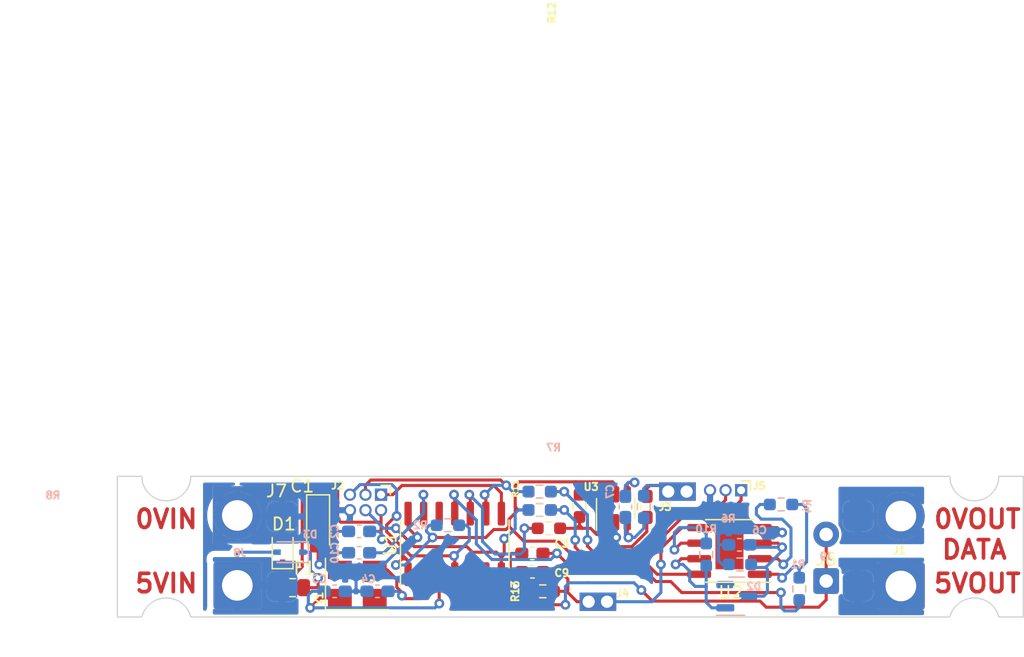
<source format=kicad_pcb>
(kicad_pcb (version 20211014) (generator pcbnew)
  (layers (0 "F.Cu" signal) (1 "In1.Cu" signal) (2 "In2.Cu" signal) (31 "B.Cu" signal) (34 "B.Paste" user) (35 "F.Paste" user) (36 "B.SilkS" user "B.Silkscreen") (37 "F.SilkS" user "F.Silkscreen") (38 "B.Mask" user) (39 "F.Mask" user) (44 "Edge.Cuts" user))
  (net 0 "")
  (net 1 "+5V")
  (net 2 "0")
  (net 3 "Net-(D2-Pad1)")
  (net 5 "Net-(C6-Pad2)")
  (net 6 "Net-(C4-Pad1)")
  (net 7 "/RESET")
  (net 8 "/DIN")
  (net 9 "/MOSI")
  (net 10 "/MISO")
  (net 11 "/ИЗМ")
  (net 12 "/SDA")
  (net 13 "Net-(C7-Pad1)")
  (net 14 "Net-(C7-Pad2)")
  (net 16 "Net-(R1-Pad2)")
  (net 17 "Net-(R4-Pad2)")
  (net 18 "/SCL")
  (net 19 "/SCK")
  (net 20 "Net-(R10-Pad2)")
  (net 21 "Net-(C5-Pad1)")
  (net 22 "Net-(D3-Pad1)")
  (net 25 "/ИМП")
  (net 26 "/SENS-1")
  (net 27 "/SENS-2")
  (net 28 "/5V-IN")
  (net 29 "/5V-OUT")
  (net 30 "/0V-OUT")
  (net 31 "/REF")
  (net 32 "Net-(R3-Pad1)")
  (net 33 "/BUTT")
  (footprint "Resistor_SMD:R_0603_1608Metric_Pad0.98x0.95mm_HandSolder" (layer "F.Cu") (at 111.5 55.75)
    (fp_text reference "R11")
    (fp_text value "20к")
  )
  (footprint "Resistor_SMD:R_0603_1608Metric_Pad0.98x0.95mm_HandSolder" (layer "F.Cu") (at 114.75 55.4125 90)
    (fp_text reference "R5" hide)
    (fp_text value "R")
  )
  (footprint "Connector_Wire:SolderWire-2sqmm_1x02_P7.8mm_D2mm_OD3.9mm" (layer "F.Cu") (at 141 61.965 90)
    (fp_text reference "J1")
    (fp_text value "Conn_01x02_Male")
  )
  (footprint "Connector_PinHeader_1.27mm:PinHeader_1x03_P1.27mm_Horizontal" (layer "F.Cu") (at 127.9525 54.135 -90)
    (fp_text reference "J5")
    (fp_text value "Conn_01x03_Female")
  )
  (footprint "Connector_Wire:SolderWire-2sqmm_1x02_P7.8mm_D2mm_OD3.9mm" (layer "F.Cu") (at 86.8 61.915 90)
    (fp_text reference "J7")
    (fp_text value "Conn_01x02_Male")
  )
  (footprint "Package_SO:SOIC-8-1EP_3.9x4.9mm_P1.27mm_EP2.29x3mm" (layer "F.Cu") (at 127 59.1 180)
    (fp_text reference "U2")
    (fp_text value "LM358")
  )
  (footprint "Crystal:Crystal_SMD_EuroQuartz_MT-4Pin_3.2x2.5mm_HandSoldering" (layer "F.Cu") (at 96.6 61.8)
    (fp_text reference "Y1")
    (fp_text value "Crystal_GND24")
  )
  (footprint "Resistor_SMD:R_0603_1608Metric_Pad0.98x0.95mm_HandSolder" (layer "F.Cu") (at 111.75 62.4)
    (fp_text reference "R13")
    (fp_text value "500к")
  )
  (footprint "Resistor_SMD:R_0603_1608Metric_Pad0.98x0.95mm_HandSolder" (layer "F.Cu") (at 112.25 57.25 180)
    (fp_text reference "R3" hide)
    (fp_text value "R")
  )
  (footprint "Resistor_SMD:R_0805_2012Metric" (layer "F.Cu") (at 91.3125 62.1 180)
    (fp_text reference "F1")
    (fp_text value "Polyfuse")
  )
  (footprint "Diode_SMD:D_SOD-323" (layer "F.Cu") (at 90.5 59.05 90)
    (fp_text reference "D1")
    (fp_text value "BZX384-C5V6")
  )
  (footprint "Connector_PinHeader_1.27mm:PinHeader_1x02_P1.27mm_Horizontal" (layer "F.Cu") (at 115.5 63.25 90)
    (fp_text reference "J4")
    (fp_text value "Conn_01x02_Male")
  )
  (footprint "Package_TO_SOT_SMD:SOT-23-6" (layer "F.Cu") (at 117.7 55.6125 90)
    (fp_text reference "U3")
    (fp_text value "AT42QT1010-TSHR")
  )
  (footprint "Capacitor_Tantalum_SMD:CP_EIA-3216-18_Kemet-A_Pad1.58x1.35mm_HandSolder" (layer "F.Cu") (at 93.4 57 -90)
    (fp_text reference "C1")
    (fp_text value "~20u")
  )
  (footprint "Capacitor_SMD:C_0603_1608Metric_Pad1.08x0.95mm_HandSolder" (layer "F.Cu") (at 120.25 55.5 -90)
    (fp_text reference "C8" hide)
    (fp_text value "10p")
  )
  (footprint "Connector_Wire:SolderWire-0.5sqmm_1x02_P4.6mm_D0.9mm_OD2.1mm" (layer "F.Cu") (at 134.9 61.56 90)
    (fp_text reference "J6")
    (fp_text value "Conn_01x02_Female")
  )
  (footprint "Resistor_SMD:R_0603_1608Metric_Pad0.98x0.95mm_HandSolder" (layer "F.Cu") (at 111.5 54.25)
    (fp_text reference "R12")
    (fp_text value "20к")
  )
  (footprint "Capacitor_SMD:C_0603_1608Metric_Pad1.08x0.95mm_HandSolder" (layer "F.Cu") (at 110.9 59.3)
    (fp_text reference "C3")
    (fp_text value "1u")
  )
  (footprint "Connector_PinHeader_1.27mm:PinHeader_2x03_P1.27mm_Horizontal" (layer "F.Cu") (at 98.54 54.5 -90)
    (fp_text reference "J2")
    (fp_text value "Conn_01x06_Male")
  )
  (footprint "Capacitor_SMD:C_0603_1608Metric_Pad1.08x0.95mm_HandSolder" (layer "F.Cu") (at 110.9 60.8)
    (fp_text reference "C9")
    (fp_text value "10p")
  )
  (footprint "Package_SO:SOIC-14_3.9x8.7mm_P1.27mm" (layer "F.Cu") (at 104.56 58.525 90)
    (fp_text reference "U1")
    (fp_text value "ATtiny24A-SS")
  )
  (footprint "Connector_PinHeader_1.27mm:PinHeader_1x02_P1.27mm_Horizontal" (layer "F.Cu") (at 123.5 54.25 -90)
    (fp_text reference "J3")
    (fp_text value "Conn_01x02_Male")
  )
  (footprint "Library:Контактная площадка х2" (layer "B.Cu") (at 87.93 62 90)
    (fp_text reference "J8")
    (fp_text value "Conn_01x02")
  )
  (footprint "Package_TO_SOT_SMD:SOT-23" (layer "B.Cu") (at 127.6 62.8)
    (fp_text reference "D2")
    (fp_text value "BAR42FILM")
  )
  (footprint "Capacitor_SMD:C_0603_1608Metric_Pad1.08x0.95mm_HandSolder" (layer "B.Cu") (at 127.8075 58.6)
    (fp_text reference "C6")
    (fp_text value "1u")
  )
  (footprint "Resistor_SMD:R_0603_1608Metric_Pad0.98x0.95mm_HandSolder" (layer "B.Cu") (at 127.8575 60.2 180)
    (fp_text reference "R6")
    (fp_text value "300к")
  )
  (footprint "Resistor_SMD:R_0603_1608Metric_Pad0.98x0.95mm_HandSolder" (layer "B.Cu") (at 104 57)
    (fp_text reference "R2")
    (fp_text value "20k")
  )
  (footprint "Capacitor_SMD:C_0603_1608Metric_Pad1.08x0.95mm_HandSolder" (layer "B.Cu") (at 96.75 57.5 180)
    (fp_text reference "C2")
    (fp_text value "C")
  )
  (footprint "Capacitor_SMD:C_0603_1608Metric_Pad1.08x0.95mm_HandSolder" (layer "B.Cu") (at 96.75 59.25)
    (fp_text reference "C10")
    (fp_text value "C")
  )
  (footprint "Library:Контактная площадка х2" (layer "B.Cu") (at 134.96 61.95 90)
    (fp_text reference "J9")
    (fp_text value "Conn_01x02")
  )
  (footprint "Resistor_SMD:R_0603_1608Metric_Pad0.98x0.95mm_HandSolder" (layer "B.Cu") (at 125.1 59.4 90)
    (fp_text reference "R10")
    (fp_text value "1к")
  )
  (footprint "Resistor_SMD:R_0603_1608Metric_Pad0.98x0.95mm_HandSolder" (layer "B.Cu") (at 120 55.5 90)
    (fp_text reference "R9" hide)
    (fp_text value "R")
  )
  (footprint "Resistor_SMD:R_0603_1608Metric_Pad0.98x0.95mm_HandSolder" (layer "B.Cu") (at 111.5 54.25 180)
    (fp_text reference "R8")
    (fp_text value "200")
  )
  (footprint "Capacitor_SMD:C_0603_1608Metric_Pad1.08x0.95mm_HandSolder" (layer "B.Cu") (at 94.75 62.4)
    (fp_text reference "C5")
    (fp_text value "12p")
  )
  (footprint "Resistor_SMD:R_0603_1608Metric_Pad0.98x0.95mm_HandSolder" (layer "B.Cu") (at 131.2125 55.3 180)
    (fp_text reference "R4")
    (fp_text value "1к")
  )
  (footprint "Resistor_SMD:R_0603_1608Metric_Pad0.98x0.95mm_HandSolder" (layer "B.Cu") (at 111.5 55.75 180)
    (fp_text reference "R7")
    (fp_text value "200" hide)
  )
  (footprint "Resistor_SMD:R_0603_1608Metric_Pad0.98x0.95mm_HandSolder" (layer "B.Cu") (at 132.7 62.2 90)
    (fp_text reference "R1")
    (fp_text value "10к")
  )
  (footprint "Capacitor_SMD:C_0603_1608Metric_Pad1.08x0.95mm_HandSolder" (layer "B.Cu") (at 98.25 62.4 180)
    (fp_text reference "C4")
    (fp_text value "12p")
  )
  (footprint "Diode_SMD:D_SOD-323" (layer "B.Cu") (at 91.1 59.2 180)
    (fp_text reference "D3")
    (fp_text value "BAT60A")
  )
  (footprint "Capacitor_SMD:C_0603_1608Metric_Pad1.08x0.95mm_HandSolder" (layer "B.Cu") (at 118.5 55.5 90)
    (fp_text reference "C7")
    (fp_text value "C")
  )
  (gr_arc (start 79 64.5) (mid 81 62.94444) (end 83 64.5) (layer "Edge.Cuts") (width 0.1))
  (gr_arc (start 83 53) (mid 81 55) (end 79 53) (layer "Edge.Cuts") (width 0.1))
  (gr_line (start 151 53) (end 151 64.5) (layer "Edge.Cuts") (width 0.1))
  (gr_line (start 149 64.5) (end 151 64.5) (layer "Edge.Cuts") (width 0.1))
  (gr_line (start 79 53) (end 77 53) (layer "Edge.Cuts") (width 0.1))
  (gr_line (start 149 53) (end 151 53) (layer "Edge.Cuts") (width 0.1))
  (gr_line (start 79 64.5) (end 77 64.5) (layer "Edge.Cuts") (width 0.1))
  (gr_line (start 83 53) (end 145 53) (layer "Edge.Cuts") (width 0.1))
  (gr_arc (start 149 53) (mid 147 55) (end 145 53) (layer "Edge.Cuts") (width 0.1))
  (gr_arc (start 145 64.5) (mid 147 62.944443) (end 149 64.5) (layer "Edge.Cuts") (width 0.1))
  (gr_line (start 83 64.5) (end 145 64.5) (layer "Edge.Cuts") (width 0.1))
  (gr_line (start 77 53) (end 77 64.5) (layer "Edge.Cuts") (width 0.1))
  (gr_text "5VOUT" (at 147.25 61.75) (layer "F.Cu") (effects (font (size 1.5 1.5) (thickness 0.3))))
  (gr_text "0VOUT" (at 147.25 56.5) (layer "F.Cu") (effects (font (size 1.5 1.5) (thickness 0.3))))
  (gr_text "0VIN" (at 81 56.5) (layer "F.Cu") (effects (font (size 1.5 1.5) (thickness 0.3))))
  (gr_text "5VIN" (at 81 61.75) (layer "F.Cu") (effects (font (size 1.5 1.5) (thickness 0.3))))
  (gr_text "DATA" (at 147 59) (layer "F.Cu") (effects (font (size 1.5 1.5) (thickness 0.3))))
  (segment (start 109 57.1) (end 110.2 58.3) (width 0.25) (layer "F.Cu") (net 1))
  (segment (start 89.8 60.9) (end 90.35 60.9) (width 0.25) (layer "F.Cu") (net 1))
  (segment (start 91.6 60.9) (end 92.1 60.4) (width 0.25) (layer "F.Cu") (net 1))
  (segment (start 114.45048 53.45048) (end 109.79952 53.45048) (width 0.25) (layer "F.Cu") (net 1))
  (segment (start 109.5 54) (end 109.75 54.25) (width 0.25) (layer "F.Cu") (net 1))
  (segment (start 93.4 55.9625) (end 93.4 54.6) (width 0.25) (layer "F.Cu") (net 1))
  (segment (start 113 58.3) (end 114.89952 60.19952) (width 0.25) (layer "F.Cu") (net 1))
  (segment (start 90.9 60.9) (end 91.6 60.9) (width 0.25) (layer "F.Cu") (net 1))
  (segment (start 92.3 53.9) (end 93.1 53.9) (width 0.25) (layer "F.Cu") (net 1))
  (segment (start 100.25 59.75) (end 100.25 59.410332) (width 0.25) (layer "F.Cu") (net 1))
  (segment (start 98.5 56.75) (end 98.54 56.79) (width 0.25) (layer "F.Cu") (net 1))
  (segment (start 93.7 53.9) (end 94.7 53.9) (width 0.25) (layer "F.Cu") (net 1))
  (segment (start 90.6 60.9) (end 90.9 60.9) (width 0.25) (layer "F.Cu") (net 1))
  (segment (start 93.4 55.5625) (end 93.4 54.2) (width 0.25) (layer "F.Cu") (net 1))
  (segment (start 92.1 54.1) (end 92.3 53.9) (width 0.25) (layer "F.Cu") (net 1))
  (segment (start 114.45048 53.45048) (end 117.45048 53.45048) (width 0.25) (layer "F.Cu") (net 1))
  (segment (start 110.2 58.3) (end 113 58.3) (width 0.25) (layer "F.Cu") (net 1))
  (segment (start 100.294834 59.455166) (end 100.669834 59.830166) (width 0.25) (layer "F.Cu") (net 1))
  (segment (start 89.6 62.1) (end 89.375 61.875) (width 0.25) (layer "F.Cu") (net 1))
  (segment (start 95 54.5) (end 95 56.5) (width 0.25) (layer "F.Cu") (net 1))
  (segment (start 90.4 62.1) (end 89.6 62.1) (width 0.25) (layer "F.Cu") (net 1))
  (segment (start 109.75 55.75) (end 109.5 56) (width 0.25) (layer "F.Cu") (net 1))
  (segment (start 114.75 54.5) (end 114.75 53.75) (width 0.25) (layer "F.Cu") (net 1))
  (segment (start 109.5 54) (end 109.5 54.5) (width 0.25) (layer "F.Cu") (net 1))
  (segment (start 109 57.1) (end 109 56.5) (width 0.25) (layer "F.Cu") (net 1))
  (segment (start 98.54 55.77) (end 98.54 56.79) (width 0.25) (layer "F.Cu") (net 1))
  (segment (start 114.89952 60.19952) (end 120.28952 60.19952) (width 0.25) (layer "F.Cu") (net 1))
  (segment (start 114.75 53.75) (end 115.01202 53.48798) (width 0.25) (layer "F.Cu") (net 1))
  (segment (start 110.5875 55.75) (end 109.75 55.75) (width 0.25) (layer "F.Cu") (net 1))
  (segment (start 107.09904 58) (end 107.74952 57.34952) (width 0.25) (layer "F.Cu") (net 1))
  (segment (start 109.5 54.5) (end 109.75 54.25) (width 0.25) (layer "F.Cu") (net 1))
  (segment (start 117.45048 53.45048) (end 117.7 53.7) (width 0.25) (layer "F.Cu") (net 1))
  (segment (start 109.75 54.25) (end 110.5875 54.25) (width 0.25) (layer "F.Cu") (net 1))
  (segment (start 100.25 59.75) (end 99.75 60.25) (width 0.25) (layer "F.Cu") (net 1))
  (segment (start 117.7 53.7) (end 117.7 54.475) (width 0.25) (layer "F.Cu") (net 1))
  (segment (start 90.4 60.9) (end 90.5 60.8) (width 0.25) (layer "F.Cu") (net 1))
  (segment (start 120.28952 60.19952) (end 121.095 61.005) (width 0.25) (layer "F.Cu") (net 1))
  (segment (start 100.589668 59.75) (end 100.669834 59.830166) (width 0.25) (layer "F.Cu") (net 1))
  (segment (start 109.5 54.75) (end 109.5 54.5) (width 0.25) (layer "F.Cu") (net 1))
  (segment (start 121.095 61.005) (end 124.525 61.005) (width 0.25) (layer "F.Cu") (net 1))
  (segment (start 90.5 60.8) (end 90.5 60.1) (width 0.25) (layer "F.Cu") (net 1))
  (segment (start 109.79952 53.45048) (end 109.5 53.75) (width 0.25) (layer "F.Cu") (net 1))
  (segment (start 108.75048 57.34952) (end 109 57.1) (width 0.25) (layer "F.Cu") (net 1))
  (segment (start 109.5 55.25) (end 109.5 55.5) (width 0.25) (layer "F.Cu") (net 1))
  (segment (start 93.4 54.2) (end 93.7 53.9) (width 0.25) (layer "F.Cu") (net 1))
  (segment (start 109.5 53.75) (end 109.5 54) (width 0.25) (layer "F.Cu") (net 1))
  (segment (start 100.25 59.410332) (end 100.044834 59.205166) (width 0.25) (layer "F.Cu") (net 1))
  (segment (start 90.5 60.8) (end 90.6 60.9) (width 0.25) (layer "F.Cu") (net 1))
  (segment (start 98.600394 58.149606) (end 98.989274 58.149606) (width 0.25) (layer "F.Cu") (net 1))
  (segment (start 90.35 60.9) (end 90.4 60.9) (width 0.25) (layer "F.Cu") (net 1))
  (segment (start 92.1 60.4) (end 92.1 54.1) (width 0.25) (layer "F.Cu") (net 1))
  (segment (start 89.375 61.325) (end 89.8 60.9) (width 0.25) (layer "F.Cu") (net 1))
  (segment (start 117.48798 53.48798) (end 117.7 53.7) (width 0.25) (layer "F.Cu") (net 1))
  (segment (start 95 56.5) (end 95.25 56.75) (width 0.25) (layer "F.Cu") (net 1))
  (segment (start 109.75 55.75) (end 109.5 55.5) (width 0.25) (layer "F.Cu") (net 1))
  (segment (start 107.74952 57.34952) (end 108.75048 57.34952) (width 0.25) (layer "F.Cu") (net 1))
  (segment (start 93.1 53.9) (end 93.4 54.2) (width 0.25) (layer "F.Cu") (net 1))
  (segment (start 114.75 53.75) (end 114.45048 53.45048) (width 0.25) (layer "F.Cu") (net 1))
  (segment (start 102.75 58) (end 107.09904 58) (width 0.25) (layer "F.Cu") (net 1))
  (segment (start 109 56.5) (end 109.5 56) (width 0.25) (layer "F.Cu") (net 1))
  (segment (start 100.044834 59.205166) (end 100.294834 59.455166) (width 0.25) (layer "F.Cu") (net 1))
  (segment (start 89.375 61.875) (end 89.375 61.325) (width 0.25) (layer "F.Cu") (net 1))
  (segment (start 95.25 56.75) (end 98.5 56.75) (width 0.25) (layer "F.Cu") (net 1))
  (segment (start 109.5 56) (end 109.5 55.5) (width 0.25) (layer "F.Cu") (net 1))
  (segment (start 98.54 57.46) (end 98.54 58.089212) (width 0.25) (layer "F.Cu") (net 1))
  (segment (start 95 54.2) (end 95 54.5) (width 0.25) (layer "F.Cu") (net 1))
  (segment (start 90.35 60.9) (end 90.9 60.9) (width 0.25) (layer "F.Cu") (net 1))
  (segment (start 98.54 57.46) (end 98.54 57.79) (width 0.25) (layer "F.Cu") (net 1))
  (segment (start 94.7 53.9) (end 95 54.2) (width 0.25) (layer "F.Cu") (net 1))
  (segment (start 109.5 55.25) (end 109.5 54.75) (width 0.25) (layer "F.Cu") (net 1))
  (segment (start 100.75 59.910332) (end 100.75 61) (width 0.25) (layer "F.Cu") (net 1))
  (segment (start 98.54 56.79) (end 98.54 57.46) (width 0.25) (layer "F.Cu") (net 1))
  (segment (start 100.75 60) (end 100.75 61) (width 0.25) (layer "F.Cu") (net 1))
  (segment (start 98.989274 58.149606) (end 100.044834 59.205166) (width 0.25) (layer "F.Cu") (net 1))
  (segment (start 100.25 59.75) (end 100.589668 59.75) (width 0.25) (layer "F.Cu") (net 1))
  (segment (start 100.669834 59.830166) (end 100.75 59.910332) (width 0.25) (layer "F.Cu") (net 1))
  (segment (start 98.54 58.089212) (end 98.600394 58.149606) (width 0.25) (layer "F.Cu") (net 1))
  (via (at 99.75 60.25) (size 0.8) (drill 0.4) (layers "F.Cu" "B.Cu") (net 1))
  (via (at 102.75 58) (size 0.8) (drill 0.4) (layers "F.Cu" "B.Cu") (net 1))
  (via (at 98.600394 58.149606) (size 0.8) (drill 0.4) (layers "F.Cu" "B.Cu") (net 1))
  (segment (start 99.75 60.25) (end 100.5 60.25) (width 0.25) (layer "B.Cu") (net 1))
  (segment (start 100.5 60.25) (end 102.75 58) (width 0.25) (layer "B.Cu") (net 1))
  (segment (start 103.0875 57) (end 102.5 57) (width 0.25) (layer "B.Cu") (net 1))
  (segment (start 102.25 57.5) (end 102.75 58) (width 0.25) (layer "B.Cu") (net 1))
  (segment (start 102.25 57.25) (end 102.25 57.5) (width 0.25) (layer "B.Cu") (net 1))
  (segment (start 97.6125 57.5) (end 98.364282 57.5) (width 0.25) (layer "B.Cu") (net 1))
  (segment (start 98.364282 57.5) (end 98.600394 57.736112) (width 0.25) (layer "B.Cu") (net 1))
  (segment (start 102.5 57) (end 102.25 57.25) (width 0.25) (layer "B.Cu") (net 1))
  (segment (start 98.600394 57.736112) (end 98.600394 58.149606) (width 0.25) (layer "B.Cu") (net 1))
  (segment (start 129.475 57.195) (end 130.895 57.195) (width 0.25) (layer "F.Cu") (net 2))
  (segment (start 119.024614 58.75) (end 118.75 58.75) (width 0.25) (layer "F.Cu") (net 2))
  (segment (start 100.75 57.225402) (end 101.512299 57.987701) (width 0.25) (layer "F.Cu") (net 2))
  (segment (start 109.1 59.4) (end 109.2 59.3) (width 0.25) (layer "F.Cu") (net 2))
  (segment (start 118 58.75) (end 117.75 58.5) (width 0.25) (layer "F.Cu") (net 2))
  (segment (start 117.75 58.5) (end 117.75 58) (width 0.25) (layer "F.Cu") (net 2))
  (segment (start 109.1 60.5) (end 109.1 59.4) (width 0.25) (layer "F.Cu") (net 2))
  (segment (start 100.75 56.05) (end 100.75 57.225402) (width 0.25) (layer "F.Cu") (net 2))
  (segment (start 118.75 58.75) (end 118 58.75) (width 0.25) (layer "F.Cu") (net 2))
  (segment (start 93.4 58.4375) (end 93.4 60.1) (width 0.25) (layer "F.Cu") (net 2))
  (segment (start 109.5 62) (end 109.1 61.6) (width 0.25) (layer "F.Cu") (net 2))
  (segment (start 93.4 60.1) (end 93.5 60.2) (width 0.25) (layer "F.Cu") (net 2))
  (segment (start 90.5 58) (end 90.5 56.8) (width 0.25) (layer "F.Cu") (net 2))
  (segment (start 86.8 56.2) (end 89.9 56.2) (width 0.25) (layer "F.Cu") (net 2))
  (segment (start 120.25 56.3625) (end 120.25 57.524614) (width 0.25) (layer "F.Cu") (net 2))
  (segment (start 109.1 61.6) (end 109.1 61.1) (width 0.25) (layer "F.Cu") (net 2))
  (segment (start 117.7 57.95) (end 117.75 58) (width 0.25) (layer "F.Cu") (net 2))
  (segment (start 117.7 56.75) (end 117.7 57.95) (width 0.25) (layer "F.Cu") (net 2))
  (segment (start 90.5 56.8) (end 89.9 56.2) (width 0.25) (layer "F.Cu") (net 2))
  (segment (start 109.2 59.3) (end 110.0375 59.3) (width 0.25) (layer "F.Cu") (net 2))
  (segment (start 120.25 57.524614) (end 119.024614 58.75) (width 0.25) (layer "F.Cu") (net 2))
  (segment (start 109.4 60.8) (end 109.1 60.5) (width 0.25) (layer "F.Cu") (net 2))
  (segment (start 110.0375 60.8) (end 109.4 60.8) (width 0.25) (layer "F.Cu") (net 2))
  (segment (start 130.895 57.195) (end 131.3 57.6) (width 0.25) (layer "F.Cu") (net 2))
  (segment (start 109.1 61.1) (end 109.4 60.8) (width 0.25) (layer "F.Cu") (net 2))
  (via (at 131.3 57.6) (size 0.8) (drill 0.4) (layers "F.Cu" "B.Cu") (net 2))
  (via (at 117.75 58) (size 0.8) (drill 0.4) (layers "F.Cu" "B.Cu") (net 2))
  (via (at 109.5 62) (size 0.8) (drill 0.4) (layers "F.Cu" "B.Cu") (net 2))
  (via (at 101.512299 57.987701) (size 0.8) (drill 0.4) (layers "F.Cu" "B.Cu") (net 2))
  (via (at 93.5 60.2) (size 0.8) (drill 0.4) (layers "F.Cu" "B.Cu") (net 2))
  (segment (start 90.385 56.2) (end 90.47 56.285) (width 0.25) (layer "B.Cu") (net 2))
  (segment (start 94.75 59.5) (end 94.75 60) (width 0.25) (layer "B.Cu") (net 2))
  (segment (start 94.75 60) (end 95 60.25) (width 0.25) (layer "B.Cu") (net 2))
  (segment (start 97.3875 62.4) (end 96.7 62.4) (width 0.25) (layer "B.Cu") (net 2))
  (segment (start 95 57.5) (end 94.75 57.75) (width 0.25) (layer "B.Cu") (net 2))
  (segment (start 126.945 58.6) (end 126.2 58.6) (width 0.25) (layer "B.Cu") (net 2))
  (segment (start 126.4 60.2) (end 126.1 59.9) (width 0.25) (layer "B.Cu") (net 2))
  (segment (start 96.5 60.25) (end 98.725386 60.25) (width 0.25) (layer "B.Cu") (net 2))
  (segment (start 96 55.77) (end 94.98 55.77) (width 0.25) (layer "B.Cu") (net 2))
  (segment (start 126.1 58.5) (end 126.1 57.8) (width 0.25) (layer "B.Cu") (net 2))
  (segment (start 98.725386 60.25) (end 100.987685 57.987701) (width 0.25) (layer "B.Cu") (net 2))
  (segment (start 126.1 57.8) (end 126.3 57.6) (width 0.25) (layer "B.Cu") (net 2))
  (segment (start 126.945 60.2) (end 126.4 60.2) (width 0.25) (layer "B.Cu") (net 2))
  (segment (start 96.3 62.4) (end 96.5 62.2) (width 0.25) (layer "B.Cu") (net 2))
  (segment (start 95 59.25) (end 95.8875 59.25) (width 0.25) (layer "B.Cu") (net 2))
  (segment (start 94.75 59) (end 94.75 59.5) (width 0.25) (layer "B.Cu") (net 2))
  (segment (start 94.75 59) (end 95 59.25) (width 0.25) (layer "B.Cu") (net 2))
  (segment (start 96.7 62.4) (end 96.5 62.2) (width 0.25) (layer "B.Cu") (net 2))
  (segment (start 95.6125 62.4) (end 97.3875 62.4) (width 0.25) (layer "B.Cu") (net 2))
  (segment (start 126.1 59.9) (end 126.1 58.7) (width 0.25) (layer "B.Cu") (net 2))
  (segment (start 94.98 55.77) (end 94.75 56) (width 0.25) (layer "B.Cu") (net 2))
  (segment (start 94.75 56) (end 94.75 57.25) (width 0.25) (layer "B.Cu") (net 2))
  (segment (start 126.3 57.6) (end 131.3 57.6) (width 0.25) (layer "B.Cu") (net 2))
  (segment (start 86.8 56.2) (end 90.385 56.2) (width 0.25) (layer "B.Cu") (net 2))
  (segment (start 94.75 57.25) (end 95 57.5) (width 0.25) (layer "B.Cu") (net 2))
  (segment (start 94.75 57.25) (end 94.75 57.75) (width 0.25) (layer "B.Cu") (net 2))
  (segment (start 126.1 58.7) (end 126.2 58.6) (width 0.25) (layer "B.Cu") (net 2))
  (segment (start 95 60.25) (end 96.5 60.25) (width 0.25) (layer "B.Cu") (net 2))
  (segment (start 96.5 62.2) (end 96.5 60.25) (width 0.25) (layer "B.Cu") (net 2))
  (segment (start 126.2 58.6) (end 126.1 58.5) (width 0.25) (layer "B.Cu") (net 2))
  (segment (start 94.75 57.75) (end 94.75 59) (width 0.25) (layer "B.Cu") (net 2))
  (segment (start 94.75 59.5) (end 95 59.25) (width 0.25) (layer "B.Cu") (net 2))
  (segment (start 95.6125 62.4) (end 96.3 62.4) (width 0.25) (layer "B.Cu") (net 2))
  (segment (start 100.987685 57.987701) (end 101.512299 57.987701) (width 0.25) (layer "B.Cu") (net 2))
  (segment (start 95 57.5) (end 95.8875 57.5) (width 0.25) (layer "B.Cu") (net 2))
  (segment (start 124.525 59.735) (end 123.065 59.735) (width 0.25) (layer "F.Cu") (net 3))
  (segment (start 123.065 59.735) (end 122.6 60.2) (width 0.25) (layer "F.Cu") (net 3))
  (via (at 122.6 60.2) (size 0.8) (drill 0.4) (layers "F.Cu" "B.Cu") (net 3))
  (segment (start 124.2 62) (end 123.75 61.55) (width 0.25) (layer "B.Cu") (net 3))
  (segment (start 123.75 61.55) (end 123.75 60.75) (width 0.25) (layer "B.Cu") (net 3))
  (segment (start 125.1 60.3125) (end 125.1 60.9) (width 0.25) (layer "B.Cu") (net 3))
  (segment (start 125.1 62) (end 125.1 60.9) (width 0.25) (layer "B.Cu") (net 3))
  (segment (start 123.75 60.75) (end 123.2 60.2) (width 0.25) (layer "B.Cu") (net 3))
  (segment (start 126.6625 63.75) (end 125.55 63.75) (width 0.25) (layer "B.Cu") (net 3))
  (segment (start 125.55 63.75) (end 125.1 63.3) (width 0.25) (layer "B.Cu") (net 3))
  (segment (start 123.2 60.2) (end 122.6 60.2) (width 0.25) (layer "B.Cu") (net 3))
  (segment (start 125.1 63.3) (end 125.1 62) (width 0.25) (layer "B.Cu") (net 3))
  (segment (start 125.1 62) (end 124.2 62) (width 0.25) (layer "B.Cu") (net 3))
  (segment (start 129.475 58.465) (end 130.965 58.465) (width 0.25) (layer "F.Cu") (net 5))
  (segment (start 130.965 58.465) (end 131.3 58.8) (width 0.25) (layer "F.Cu") (net 5))
  (via (at 131.3 58.8) (size 0.8) (drill 0.4) (layers "F.Cu" "B.Cu") (net 5))
  (segment (start 128.5375 62.8) (end 129.8 62.8) (width 0.25) (layer "B.Cu") (net 5))
  (segment (start 128.77 60.45) (end 129.95 60.45) (width 0.25) (layer "B.Cu") (net 5))
  (segment (start 131.3 59.1) (end 131.3 58.8) (width 0.25) (layer "B.Cu") (net 5))
  (segment (start 129.95 60.45) (end 131.3 59.1) (width 0.25) (layer "B.Cu") (net 5))
  (segment (start 130.1 60.6) (end 129.95 60.45) (width 0.25) (layer "B.Cu") (net 5))
  (segment (start 130.1 62.5) (end 130.1 60.6) (width 0.25) (layer "B.Cu") (net 5))
  (segment (start 129.8 62.8) (end 130.1 62.5) (width 0.25) (layer "B.Cu") (net 5))
  (segment (start 131.3 58.8) (end 128.72 58.8) (width 0.25) (layer "B.Cu") (net 5))
  (segment (start 99.05 60.65) (end 99.825 61.425) (width 0.25) (layer "F.Cu") (net 6))
  (segment (start 101.75 63) (end 100.5 63) (width 0.25) (layer "F.Cu") (net 6))
  (segment (start 99.825 61.425) (end 99.825 62.075) (width 0.25) (layer "F.Cu") (net 6))
  (segment (start 98.025 60.65) (end 99.05 60.65) (width 0.25) (layer "F.Cu") (net 6))
  (segment (start 102.02 61) (end 102.02 62.73) (width 0.25) (layer "F.Cu") (net 6))
  (segment (start 99.825 62.075) (end 100.25 62.5) (width 0.25) (layer "F.Cu") (net 6))
  (segment (start 102.02 62.73) (end 101.75 63) (width 0.25) (layer "F.Cu") (net 6))
  (segment (start 100.25 62.5) (end 100.25 62.75) (width 0.25) (layer "F.Cu") (net 6))
  (segment (start 100.5 63) (end 100.25 62.75) (width 0.25) (layer "F.Cu") (net 6))
  (via (at 100.25 62.75) (size 0.8) (drill 0.4) (layers "F.Cu" "B.Cu") (net 6))
  (segment (start 99.9 62.4) (end 100.25 62.75) (width 0.25) (layer "B.Cu") (net 6))
  (segment (start 99.1125 62.4) (end 99.9 62.4) (width 0.25) (layer "B.Cu") (net 6))
  (segment (start 99 56.975386) (end 99 57.524614) (width 0.25) (layer "F.Cu") (net 7))
  (segment (start 104.56 59.81) (end 104.56 61) (width 0.25) (layer "F.Cu") (net 7))
  (segment (start 104.56 61) (end 104.56 59.56) (width 0.25) (layer "F.Cu") (net 7))
  (segment (start 100.975386 59.5) (end 104.5 59.5) (width 0.25) (layer "F.Cu") (net 7))
  (segment (start 104.25 59.5) (end 104.56 59.81) (width 0.25) (layer "F.Cu") (net 7))
  (segment (start 99 57.524614) (end 100.975386 59.5) (width 0.25) (layer "F.Cu") (net 7))
  (segment (start 99.813978 56.25) (end 99.725386 56.25) (width 0.25) (layer "F.Cu") (net 7))
  (segment (start 104.56 59.56) (end 104.5 59.5) (width 0.25) (layer "F.Cu") (net 7))
  (segment (start 99.725386 56.25) (end 99 56.975386) (width 0.25) (layer "F.Cu") (net 7))
  (via (at 99.813978 56.25) (size 0.8) (drill 0.4) (layers "F.Cu" "B.Cu") (net 7))
  (via (at 104.5 59.5) (size 0.8) (drill 0.4) (layers "F.Cu" "B.Cu") (net 7))
  (segment (start 99.813978 56.152788) (end 99.813978 54.063978) (width 0.25) (layer "B.Cu") (net 7))
  (segment (start 99.425489 53.675489) (end 96.824511 53.675489) (width 0.25) (layer "B.Cu") (net 7))
  (segment (start 105.75 57.25) (end 105.75 58.25) (width 0.25) (layer "B.Cu") (net 7))
  (segment (start 105.5 57) (end 105.75 57.25) (width 0.25) (layer "B.Cu") (net 7))
  (segment (start 105.75 58.25) (end 104.5 59.5) (width 0.25) (layer "B.Cu") (net 7))
  (segment (start 99.813978 54.063978) (end 99.425489 53.675489) (width 0.25) (layer "B.Cu") (net 7))
  (segment (start 96.824511 53.675489) (end 96 54.5) (width 0.25) (layer "B.Cu") (net 7))
  (segment (start 104.9125 57) (end 105.5 57) (width 0.25) (layer "B.Cu") (net 7))
  (segment (start 129.5 63.2) (end 130 63.7) (width 0.25) (layer "F.Cu") (net 8))
  (segment (start 120.7 63.2) (end 129.5 63.2) (width 0.25) (layer "F.Cu") (net 8))
  (segment (start 113.6 63.5) (end 106.41 63.5) (width 0.25) (layer "F.Cu") (net 8))
  (segment (start 134.9 57.75) (end 134.9 61.56) (width 0.25) (layer "F.Cu") (net 8))
  (segment (start 130 63.7) (end 134.3 63.7) (width 0.25) (layer "F.Cu") (net 8))
  (segment (start 134.3 63.7) (end 134.9 63.1) (width 0.25) (layer "F.Cu") (net 8))
  (segment (start 119.8 62.3) (end 120.7 63.2) (width 0.25) (layer "F.Cu") (net 8))
  (segment (start 106.41 63.5) (end 105.83 62.92) (width 0.25) (layer "F.Cu") (net 8))
  (segment (start 105.83 62.92) (end 105.83 61) (width 0.25) (layer "F.Cu") (net 8))
  (segment (start 134.9 63.1) (end 134.9 61.56) (width 0.25) (layer "F.Cu") (net 8))
  (via (at 113.6 63.5) (size 0.8) (drill 0.4) (layers "F.Cu" "B.Cu") (net 8))
  (via (at 119.8 62.3) (size 0.8) (drill 0.4) (layers "F.Cu" "B.Cu") (net 8))
  (segment (start 115.5 61.7) (end 119.2 61.7) (width 0.25) (layer "B.Cu") (net 8))
  (segment (start 113.6 62) (end 113.9 61.7) (width 0.25) (layer "B.Cu") (net 8))
  (segment (start 119.2 61.7) (end 119.8 62.3) (width 0.25) (layer "B.Cu") (net 8))
  (segment (start 113.9 61.7) (end 115.5 61.7) (width 0.25) (layer "B.Cu") (net 8))
  (segment (start 113.6 63.5) (end 113.6 62) (width 0.25) (layer "B.Cu") (net 8))
  (segment (start 107.95 59.2) (end 106 59.2) (width 0.25) (layer "F.Cu") (net 9))
  (segment (start 108.6 58.3) (end 108.6 59.4) (width 0.25) (layer "F.Cu") (net 9))
  (segment (start 101.25 58.75) (end 99.75 57.25) (width 0.25) (layer "F.Cu") (net 9))
  (segment (start 106 59.2) (end 105.55 58.75) (width 0.25) (layer "F.Cu") (net 9))
  (segment (start 108.37 59.62) (end 107.95 59.2) (width 0.25) (layer "F.Cu") (net 9))
  (segment (start 108.38 59.62) (end 108.37 59.62) (width 0.25) (layer "F.Cu") (net 9))
  (segment (start 105.55 58.75) (end 101.25 58.75) (width 0.25) (layer "F.Cu") (net 9))
  (segment (start 108.37 59.62) (end 108.37 61) (width 0.25) (layer "F.Cu") (net 9))
  (segment (start 108.6 59.4) (end 108.38 59.62) (width 0.25) (layer "F.Cu") (net 9))
  (via (at 108.6 58.1) (size 0.8) (drill 0.4) (layers "F.Cu" "B.Cu") (net 9))
  (via (at 99.75 57.25) (size 0.8) (drill 0.4) (layers "F.Cu" "B.Cu") (net 9))
  (segment (start 108.6 58.1) (end 109.5 57.3) (width 0.25) (layer "B.Cu") (net 9))
  (segment (start 98.75 57.25) (end 97.27 55.77) (width 0.25) (layer "B.Cu") (net 9))
  (segment (start 99.75 57.25) (end 98.75 57.25) (width 0.25) (layer "B.Cu") (net 9))
  (segment (start 109.75 55.75) (end 110.5875 55.75) (width 0.25) (layer "B.Cu") (net 9))
  (segment (start 109.5 56) (end 109.75 55.75) (width 0.25) (layer "B.Cu") (net 9))
  (segment (start 109.5 57.3) (end 109.5 56) (width 0.25) (layer "B.Cu") (net 9))
  (segment (start 108.37 56.05) (end 108.37 54.37) (width 0.25) (layer "F.Cu") (net 10))
  (segment (start 99.5 54.5) (end 98.54 54.5) (width 0.25) (layer "F.Cu") (net 10))
  (segment (start 108.37 54.37) (end 107.75 53.75) (width 0.25) (layer "F.Cu") (net 10))
  (segment (start 100.25 53.75) (end 99.5 54.5) (width 0.25) (layer "F.Cu") (net 10))
  (segment (start 107.75 53.75) (end 100.25 53.75) (width 0.25) (layer "F.Cu") (net 10))
  (segment (start 131.2 62.5) (end 123.1 62.5) (width 0.25) (layer "F.Cu") (net 11))
  (segment (start 114.4 60.8) (end 112.9 59.3) (width 0.25) (layer "F.Cu") (net 11))
  (segment (start 120.2 60.8) (end 114.4 60.8) (width 0.25) (layer "F.Cu") (net 11))
  (segment (start 111.7625 59.3) (end 112.9 59.3) (width 0.25) (layer "F.Cu") (net 11))
  (segment (start 121 61.6) (end 120.2 60.8) (width 0.25) (layer "F.Cu") (net 11))
  (segment (start 104.56 54.56) (end 104.5 54.5) (width 0.25) (layer "F.Cu") (net 11))
  (segment (start 104.56 56.05) (end 104.56 54.56) (width 0.25) (layer "F.Cu") (net 11))
  (segment (start 123.1 62.5) (end 122.2 61.6) (width 0.25) (layer "F.Cu") (net 11))
  (segment (start 122.2 61.6) (end 121 61.6) (width 0.25) (layer "F.Cu") (net 11))
  (via (at 104.5 54.5) (size 0.8) (drill 0.4) (layers "F.Cu" "B.Cu") (net 11))
  (via (at 131.2 62.5) (size 0.8) (drill 0.4) (layers "F.Cu" "B.Cu") (net 11))
  (via (at 112.9 59.3) (size 0.8) (drill 0.4) (layers "F.Cu" "B.Cu") (net 11))
  (segment (start 106.325 56.575) (end 106.325 58.525) (width 0.25) (layer "B.Cu") (net 11))
  (segment (start 107.6 59.8) (end 112.4 59.8) (width 0.25) (layer "B.Cu") (net 11))
  (segment (start 104.5 54.5) (end 104.5 54.75) (width 0.25) (layer "B.Cu") (net 11))
  (segment (start 131.5 64) (end 132.4 64) (width 0.25) (layer "B.Cu") (net 11))
  (segment (start 104.5 54.75) (end 106.325 56.575) (width 0.25) (layer "B.Cu") (net 11))
  (segment (start 132.7 63.7) (end 132.4 64) (width 0.25) (layer "B.Cu") (net 11))
  (segment (start 131.2 62.5) (end 131.2 63.7) (width 0.25) (layer "B.Cu") (net 11))
  (segment (start 131.2 63.7) (end 131.5 64) (width 0.25) (layer "B.Cu") (net 11))
  (segment (start 112.4 59.8) (end 112.9 59.3) (width 0.25) (layer "B.Cu") (net 11))
  (segment (start 132.7 63.1125) (end 132.7 63.7) (width 0.25) (layer "B.Cu") (net 11))
  (segment (start 106.325 58.525) (end 107.6 59.8) (width 0.25) (layer "B.Cu") (net 11))
  (segment (start 123.25 56.25) (end 126.655 56.25) (width 0.25) (layer "F.Cu") (net 12))
  (segment (start 114.4 58.8) (end 115.35 59.75) (width 0.25) (layer "F.Cu") (net 12))
  (segment (start 119.75 59.75) (end 123.25 56.25) (width 0.25) (layer "F.Cu") (net 12))
  (segment (start 115.35 59.75) (end 119.75 59.75) (width 0.25) (layer "F.Cu") (net 12))
  (segment (start 127.9525 54.9525) (end 127.9525 54.135) (width 0.25) (layer "F.Cu") (net 12))
  (segment (start 114.4 58.2) (end 114.4 58.8) (width 0.25) (layer "F.Cu") (net 12))
  (segment (start 126.655 56.25) (end 127.9525 54.9525) (width 0.25) (layer "F.Cu") (net 12))
  (segment (start 113.5 55.75) (end 112.4125 55.75) (width 0.25) (layer "F.Cu") (net 12))
  (via (at 114.4 58.2) (size 0.8) (drill 0.4) (layers "F.Cu" "B.Cu") (net 12))
  (via (at 113.5 55.75) (size 0.8) (drill 0.4) (layers "F.Cu" "B.Cu") (net 12))
  (segment (start 114.4 56.65) (end 113.5 55.75) (width 0.25) (layer "B.Cu") (net 12))
  (segment (start 112.4125 55.75) (end 113.5 55.75) (width 0.25) (layer "B.Cu") (net 12))
  (segment (start 114.4 58.2) (end 114.4 56.65) (width 0.25) (layer "B.Cu") (net 12))
  (segment (start 118.65 57.9) (end 118.75 58) (width 0.25) (layer "F.Cu") (net 13))
  (segment (start 118.65 56.75) (end 118.65 57.9) (width 0.25) (layer "F.Cu") (net 13))
  (via (at 118.75 58) (size 0.8) (drill 0.4) (layers "F.Cu" "B.Cu") (net 13))
  (segment (start 120 57.25) (end 119.25 58) (width 0.25) (layer "B.Cu") (net 13))
  (segment (start 119.25 58) (end 118.75 58) (width 0.25) (layer "B.Cu") (net 13))
  (segment (start 118.5 57.75) (end 118.75 58) (width 0.25) (layer "B.Cu") (net 13))
  (segment (start 118.5 56.3625) (end 118.5 57.75) (width 0.25) (layer "B.Cu") (net 13))
  (segment (start 120 56.4125) (end 120 57.25) (width 0.25) (layer "B.Cu") (net 13))
  (segment (start 118.65 53.6) (end 118.75 53.5) (width 0.25) (layer "F.Cu") (net 14))
  (segment (start 118.75 53.5) (end 119 53.5) (width 0.25) (layer "F.Cu") (net 14))
  (segment (start 118.65 54.475) (end 118.65 53.6) (width 0.25) (layer "F.Cu") (net 14))
  (segment (start 119 53.5) (end 119.25 53.5) (width 0.25) (layer "F.Cu") (net 14))
  (via (at 119.25 53.5) (size 0.8) (drill 0.4) (layers "F.Cu" "B.Cu") (net 14))
  (segment (start 118.75 53.5) (end 119.25 53.5) (width 0.25) (layer "B.Cu") (net 14))
  (segment (start 118.5 53.75) (end 118.75 53.5) (width 0.25) (layer "B.Cu") (net 14))
  (segment (start 118.5 54.6375) (end 118.5 53.75) (width 0.25) (layer "B.Cu") (net 14))
  (segment (start 131.005 61.005) (end 131.3 61.3) (width 0.25) (layer "F.Cu") (net 16))
  (segment (start 129.475 61.005) (end 131.005 61.005) (width 0.25) (layer "F.Cu") (net 16))
  (via (at 131.3 61.3) (size 0.8) (drill 0.4) (layers "F.Cu" "B.Cu") (net 16))
  (segment (start 131.324614 61.3) (end 131.3 61.3) (width 0.25) (layer "B.Cu") (net 16))
  (segment (start 132.262307 60.362307) (end 131.324614 61.3) (width 0.25) (layer "B.Cu") (net 16))
  (segment (start 132.7 61.2875) (end 132.7 60.6) (width 0.25) (layer "B.Cu") (net 16))
  (segment (start 132.462307 60.362307) (end 132.7 60.6) (width 0.25) (layer "B.Cu") (net 16))
  (segment (start 132.125 55.3) (end 133 55.3) (width 0.25) (layer "B.Cu") (net 16))
  (segment (start 132.262307 60.362307) (end 132.462307 60.362307) (width 0.25) (layer "B.Cu") (net 16))
  (segment (start 133.3 60) (end 132.7 60.6) (width 0.25) (layer "B.Cu") (net 16))
  (segment (start 133 55.3) (end 133.3 55.6) (width 0.25) (layer "B.Cu") (net 16))
  (segment (start 133.3 55.6) (end 133.3 60) (width 0.25) (layer "B.Cu") (net 16))
  (segment (start 130.935 59.735) (end 131.4 60.2) (width 0.25) (layer "F.Cu") (net 17))
  (segment (start 129.475 59.735) (end 130.935 59.735) (width 0.25) (layer "F.Cu") (net 17))
  (via (at 131.4 60.2) (size 0.8) (drill 0.4) (layers "F.Cu" "B.Cu") (net 17))
  (segment (start 131.3 56.5) (end 129.6 56.5) (width 0.25) (layer "B.Cu") (net 17))
  (segment (start 129.2 55.6) (end 129.5 55.3) (width 0.25) (layer "B.Cu") (net 17))
  (segment (start 132.024511 57.224511) (end 131.3 56.5) (width 0.25) (layer "B.Cu") (net 17))
  (segment (start 129.5 55.3) (end 130.3 55.3) (width 0.25) (layer "B.Cu") (net 17))
  (segment (start 132.024511 59.575489) (end 132.024511 57.224511) (width 0.25) (layer "B.Cu") (net 17))
  (segment (start 129.2 56.1) (end 129.2 55.6) (width 0.25) (layer "B.Cu") (net 17))
  (segment (start 129.6 56.5) (end 129.2 56.1) (width 0.25) (layer "B.Cu") (net 17))
  (segment (start 131.4 60.2) (end 132.024511 59.575489) (width 0.25) (layer "B.Cu") (net 17))
  (segment (start 126.6825 54.9325) (end 126.6825 54.135) (width 0.25) (layer "F.Cu") (net 18))
  (segment (start 115.4 58.7) (end 115.95 59.25) (width 0.25) (layer "F.Cu") (net 18))
  (segment (start 115.95 59.25) (end 119.5 59.25) (width 0.25) (layer "F.Cu") (net 18))
  (segment (start 125.865 55.75) (end 126.6825 54.9325) (width 0.25) (layer "F.Cu") (net 18))
  (segment (start 119.5 59.25) (end 123 55.75) (width 0.25) (layer "F.Cu") (net 18))
  (segment (start 115.4 58.2) (end 115.4 58.7) (width 0.25) (layer "F.Cu") (net 18))
  (segment (start 113.5 54.25) (end 112.4125 54.25) (width 0.25) (layer "F.Cu") (net 18))
  (segment (start 123 55.75) (end 125.865 55.75) (width 0.25) (layer "F.Cu") (net 18))
  (via (at 115.4 58.2) (size 0.8) (drill 0.4) (layers "F.Cu" "B.Cu") (net 18))
  (via (at 113.5 54.25) (size 0.8) (drill 0.4) (layers "F.Cu" "B.Cu") (net 18))
  (segment (start 115.4 56.15) (end 113.5 54.25) (width 0.25) (layer "B.Cu") (net 18))
  (segment (start 115.4 58.2) (end 115.4 56.15) (width 0.25) (layer "B.Cu") (net 18))
  (segment (start 112.4125 54.25) (end 113.5 54.25) (width 0.25) (layer "B.Cu") (net 18))
  (segment (start 108.75 53.75) (end 108.762299 53.737701) (width 0.25) (layer "F.Cu") (net 19))
  (segment (start 97.69952 53.30048) (end 108.30048 53.30048) (width 0.25) (layer "F.Cu") (net 19))
  (segment (start 107.1 56.05) (end 107.1 54.6) (width 0.25) (layer "F.Cu") (net 19))
  (segment (start 108.30048 53.30048) (end 108.75 53.75) (width 0.25) (layer "F.Cu") (net 19))
  (segment (start 97.27 54.5) (end 97.27 53.73) (width 0.25) (layer "F.Cu") (net 19))
  (segment (start 97.27 53.73) (end 97.69952 53.30048) (width 0.25) (layer "F.Cu") (net 19))
  (segment (start 107.1 54.6) (end 107 54.5) (width 0.25) (layer "F.Cu") (net 19))
  (via (at 108.762299 53.737701) (size 0.8) (drill 0.4) (layers "F.Cu" "B.Cu") (net 19))
  (via (at 107 54.5) (size 0.8) (drill 0.4) (layers "F.Cu" "B.Cu") (net 19))
  (segment (start 107.762299 53.737701) (end 107 54.5) (width 0.25) (layer "B.Cu") (net 19))
  (segment (start 110.5875 54.25) (end 109.274598 54.25) (width 0.25) (layer "B.Cu") (net 19))
  (segment (start 108.762299 53.737701) (end 109.274598 54.25) (width 0.25) (layer "B.Cu") (net 19))
  (segment (start 108.762299 53.737701) (end 107.762299 53.737701) (width 0.25) (layer "B.Cu") (net 19))
  (segment (start 123.035 58.465) (end 122.5 59) (width 0.25) (layer "F.Cu") (net 20))
  (segment (start 124.525 58.465) (end 123.035 58.465) (width 0.25) (layer "F.Cu") (net 20))
  (via (at 122.5 59) (size 0.8) (drill 0.4) (layers "F.Cu" "B.Cu") (net 20))
  (segment (start 122.5 59) (end 122.5 57.6) (width 0.25) (layer "B.Cu") (net 20))
  (segment (start 122.9 57.2) (end 124.6 57.2) (width 0.25) (layer "B.Cu") (net 20))
  (segment (start 122.5 57.6) (end 122.9 57.2) (width 0.25) (layer "B.Cu") (net 20))
  (segment (start 125.1 57.7) (end 125.1 58.4875) (width 0.25) (layer "B.Cu") (net 20))
  (segment (start 124.6 57.2) (end 125.1 57.7) (width 0.25) (layer "B.Cu") (net 20))
  (segment (start 103.3 63.4) (end 103.29 63.31) (width 0.25) (layer "F.Cu") (net 21))
  (segment (start 103.29 63.31) (end 103.29 61) (width 0.25) (layer "F.Cu") (net 21))
  (segment (start 93.55 62.95) (end 92.75 63.75) (width 0.25) (layer "F.Cu") (net 21))
  (segment (start 95.175 62.95) (end 93.55 62.95) (width 0.25) (layer "F.Cu") (net 21))
  (via (at 103.3 63.4) (size 0.8) (drill 0.4) (layers "F.Cu" "B.Cu") (net 21))
  (via (at 92.75 63.75) (size 0.8) (drill 0.4) (layers "F.Cu" "B.Cu") (net 21))
  (segment (start 92.6 62.7) (end 92.6 63.6) (width 0.25) (layer "B.Cu") (net 21))
  (segment (start 93.8875 62.4) (end 92.9 62.4) (width 0.25) (layer "B.Cu") (net 21))
  (segment (start 92.75 63.75) (end 102.95 63.75) (width 0.25) (layer "B.Cu") (net 21))
  (segment (start 102.95 63.75) (end 103.3 63.4) (width 0.25) (layer "B.Cu") (net 21))
  (segment (start 92.9 62.4) (end 92.6 62.7) (width 0.25) (layer "B.Cu") (net 21))
  (segment (start 92.6 63.6) (end 92.75 63.75) (width 0.25) (layer "B.Cu") (net 21))
  (segment (start 92.225 62.1) (end 93.3 62.1) (width 0.25) (layer "F.Cu") (net 22))
  (segment (start 93.3 62.1) (end 93.4 62) (width 0.25) (layer "F.Cu") (net 22))
  (segment (start 93.4 62) (end 93.4 61.3) (width 0.25) (layer "F.Cu") (net 22))
  (via (at 93.4 61.3) (size 0.8) (drill 0.4) (layers "F.Cu" "B.Cu") (net 22))
  (segment (start 92.775489 60.675489) (end 93.4 61.3) (width 0.25) (layer "B.Cu") (net 22))
  (segment (start 92.775489 59.275489) (end 92.775489 60.675489) (width 0.25) (layer "B.Cu") (net 22))
  (segment (start 92.7 59.2) (end 92.775489 59.275489) (width 0.25) (layer "B.Cu") (net 22))
  (segment (start 92.15 59.2) (end 92.7 59.2) (width 0.25) (layer "B.Cu") (net 22))
  (segment (start 110.512989 62.724511) (end 107.624511 62.724511) (width 0.25) (layer "F.Cu") (net 25))
  (segment (start 110.8375 62.4) (end 110.512989 62.724511) (width 0.25) (layer "F.Cu") (net 25))
  (segment (start 107.1 61) (end 107.1 62.2) (width 0.25) (layer "F.Cu") (net 25))
  (segment (start 107.624511 62.724511) (end 107.1 62.2) (width 0.25) (layer "F.Cu") (net 25))
  (segment (start 120.25 54.6375) (end 120.25 54) (width 0.25) (layer "F.Cu") (net 26))
  (segment (start 120.5 53.75) (end 121.5 53.75) (width 0.25) (layer "F.Cu") (net 26))
  (segment (start 121.5 53.75) (end 122 54.25) (width 0.25) (layer "F.Cu") (net 26))
  (segment (start 120.25 54) (end 120.5 53.75) (width 0.25) (layer "F.Cu") (net 26))
  (segment (start 120 54) (end 120 54.5875) (width 0.25) (layer "B.Cu") (net 26))
  (segment (start 120.25 53.75) (end 120 54) (width 0.25) (layer "B.Cu") (net 26))
  (segment (start 121.5 53.75) (end 120.25 53.75) (width 0.25) (layer "B.Cu") (net 26))
  (segment (start 122 54.25) (end 121.5 53.75) (width 0.25) (layer "B.Cu") (net 26))
  (segment (start 113.8 62.3) (end 113.7 62.4) (width 0.25) (layer "F.Cu") (net 27))
  (segment (start 115.5 63.25) (end 114.55 63.25) (width 0.25) (layer "F.Cu") (net 27))
  (segment (start 121.4 58.9) (end 121.4 60.2) (width 0.25) (layer "F.Cu") (net 27))
  (segment (start 114.55 63.25) (end 113.7 62.4) (width 0.25) (layer "F.Cu") (net 27))
  (segment (start 124.525 57.195) (end 123.105 57.195) (width 0.25) (layer "F.Cu") (net 27))
  (segment (start 113.2 60.8) (end 113.8 61.4) (width 0.25) (layer "F.Cu") (net 27))
  (segment (start 123.105 57.195) (end 122.4 57.9) (width 0.25) (layer "F.Cu") (net 27))
  (segment (start 113.7 62.4) (end 112.6625 62.4) (width 0.25) (layer "F.Cu") (net 27))
  (segment (start 122.4 57.9) (end 121.4 58.9) (width 0.25) (layer "F.Cu") (net 27))
  (segment (start 113.8 61.4) (end 113.8 62.3) (width 0.25) (layer "F.Cu") (net 27))
  (segment (start 111.7625 60.8) (end 113.2 60.8) (width 0.25) (layer "F.Cu") (net 27))
  (via (at 121.4 60.2) (size 0.8) (drill 0.4) (layers "F.Cu" "B.Cu") (net 27))
  (segment (start 120.65 63.25) (end 121.4 62.5) (width 0.25) (layer "B.Cu") (net 27))
  (segment (start 117 63.25) (end 120.65 63.25) (width 0.25) (layer "B.Cu") (net 27))
  (segment (start 121.4 62.5) (end 121.4 60.2) (width 0.25) (layer "B.Cu") (net 27))
  (segment (start 90.05 62.1) (end 86.985 62.1) (width 0.25) (layer "B.Cu") (net 28))
  (segment (start 86.985 62.1) (end 86.8 61.915) (width 0.25) (layer "B.Cu") (net 28))
  (segment (start 90.05 59.2) (end 86.9 59.2) (width 0.25) (layer "B.Cu") (net 28))
  (segment (start 86.9 59.2) (end 86.8 59.3) (width 0.25) (layer "B.Cu") (net 28))
  (segment (start 86.8 59.3) (end 86.8 61.915) (width 0.25) (layer "B.Cu") (net 28))
  (segment (start 137.7 61.95) (end 140.985 61.95) (width 0.25) (layer "B.Cu") (net 29))
  (segment (start 137.515 61.965) (end 141 61.965) (width 0.25) (layer "B.Cu") (net 29))
  (segment (start 140.985 61.95) (end 141 61.965) (width 0.25) (layer "B.Cu") (net 29))
  (segment (start 137.5 61.95) (end 137.515 61.965) (width 0.25) (layer "B.Cu") (net 29))
  (segment (start 137.515 56.25) (end 141 56.25) (width 0.25) (layer "B.Cu") (net 30))
  (segment (start 137.5 56.235) (end 137.515 56.25) (width 0.25) (layer "B.Cu") (net 30))
  (segment (start 137.7 56.235) (end 137.715 56.25) (width 0.25) (layer "B.Cu") (net 30))
  (segment (start 137.715 56.25) (end 141 56.25) (width 0.25) (layer "B.Cu") (net 30))
  (segment (start 102.02 56.05) (end 102.02 54.52) (width 0.25) (layer "F.Cu") (net 31))
  (segment (start 102.02 54.52) (end 102 54.5) (width 0.25) (layer "F.Cu") (net 31))
  (via (at 102 54.5) (size 0.8) (drill 0.4) (layers "F.Cu" "B.Cu") (net 31))
  (segment (start 97.6125 59.25) (end 98.774614 59.25) (width 0.25) (layer "B.Cu") (net 31))
  (segment (start 102 56.024614) (end 102 54.5) (width 0.25) (layer "B.Cu") (net 31))
  (segment (start 98.774614 59.25) (end 102 56.024614) (width 0.25) (layer "B.Cu") (net 31))
  (segment (start 116.75 56.75) (end 116.75 57.5) (width 0.25) (layer "F.Cu") (net 32))
  (segment (start 116.15 57.75) (end 115.65 57.25) (width 0.25) (layer "F.Cu") (net 32))
  (segment (start 114.75 57) (end 114.75 56.325) (width 0.25) (layer "F.Cu") (net 32))
  (segment (start 116.75 57.5) (end 116.5 57.75) (width 0.25) (layer "F.Cu") (net 32))
  (segment (start 113.1625 57.25) (end 114.5 57.25) (width 0.25) (layer "F.Cu") (net 32))
  (segment (start 114.5 57.25) (end 115 57.25) (width 0.25) (layer "F.Cu") (net 32))
  (segment (start 114.5 57.25) (end 114.75 57) (width 0.25) (layer "F.Cu") (net 32))
  (segment (start 116.5 57.75) (end 116.15 57.75) (width 0.25) (layer "F.Cu") (net 32))
  (segment (start 114.75 57) (end 115 57.25) (width 0.25) (layer "F.Cu") (net 32))
  (segment (start 115.65 57.25) (end 115 57.25) (width 0.25) (layer "F.Cu") (net 32))
  (segment (start 105.83 56.05) (end 105.83 54.58) (width 0.25) (layer "F.Cu") (net 33))
  (segment (start 105.83 54.58) (end 105.75 54.5) (width 0.25) (layer "F.Cu") (net 33))
  (segment (start 110.25 57.25) (end 111.3375 57.25) (width 0.25) (layer "F.Cu") (net 33))
  (via (at 110.25 57.25) (size 0.8) (drill 0.4) (layers "F.Cu" "B.Cu") (net 33))
  (via (at 105.75 54.5) (size 0.8) (drill 0.4) (layers "F.Cu" "B.Cu") (net 33))
  (segment (start 110.25 57.25) (end 110.25 59.05) (width 0.25) (layer "B.Cu") (net 33))
  (segment (start 110.25 59.05) (end 109.94952 59.35048) (width 0.25) (layer "B.Cu") (net 33))
  (segment (start 109.94952 59.35048) (end 107.85048 59.35048) (width 0.25) (layer "B.Cu") (net 33))
  (segment (start 106.825 55.575) (end 105.75 54.5) (width 0.25) (layer "B.Cu") (net 33))
  (segment (start 106.825 58.325) (end 106.825 55.575) (width 0.25) (layer "B.Cu") (net 33))
  (segment (start 107.85048 59.35048) (end 106.825 58.325) (width 0.25) (layer "B.Cu") (net 33))
  (zone (net 28) (net_name "/5V-IN") (layer "B.Cu") (priority 1) (connect_pads (clearance 0)) (min_thickness 0.254) (fill yes (thermal_gap 0) (thermal_bridge_width 0.508))
    (polygon (pts (xy 91.8 64.3) (xy 84.8 64.3) (xy 84.8 59.6) (xy 91.8 59.6)))
  )
  (zone (net 30) (net_name "/0V-OUT") (layer "B.Cu") (priority 1) (connect_pads (clearance 0)) (min_thickness 0.254) (fill yes (thermal_gap 0) (thermal_bridge_width 0.508))
    (polygon (pts (xy 142.9 58.55) (xy 135.9 58.55) (xy 135.9 53.85) (xy 142.9 53.85)))
  )
  (zone (net 0) (net_name "") (layer "B.Cu") (connect_pads (clearance 0)) (min_thickness 0.254)
    (keepout (tracks allowed) (vias allowed) (pads allowed) (copperpour not_allowed) (footprints allowed))
    (fill (thermal_gap 0.508) (thermal_bridge_width 0.508))
    (polygon (pts (xy 99.8 63.15) (xy 96.7 63.15) (xy 96.7 61.65) (xy 99.8 61.65)))
  )
  (zone (net 29) (net_name "/5V-OUT") (layer "B.Cu") (priority 1) (connect_pads (clearance 0)) (min_thickness 0.254) (fill yes (thermal_gap 0) (thermal_bridge_width 0.508))
    (polygon (pts (xy 142.9 64.35) (xy 135.9 64.35) (xy 135.9 59.65) (xy 142.9 59.65)))
  )
  (zone (net 0) (net_name "") (layer "B.Cu") (connect_pads (clearance 0)) (min_thickness 0.254)
    (keepout (tracks allowed) (vias allowed) (pads allowed) (copperpour not_allowed) (footprints allowed))
    (fill (thermal_gap 0.508) (thermal_bridge_width 0.508))
    (polygon (pts (xy 98.3625 60) (xy 95.1125 60) (xy 95.1125 58.5) (xy 98.3625 58.5)))
  )
  (zone (net 2) (net_name "0") (layer "B.Cu") (priority 1) (connect_pads (clearance 0)) (min_thickness 0.254) (fill yes (thermal_gap 0) (thermal_bridge_width 0.508))
    (polygon (pts (xy 91.8 58.5) (xy 84.8 58.5) (xy 84.8 53.8) (xy 91.8 53.8)))
  )
  (zone (net 0) (net_name "") (layer "B.Cu") (connect_pads (clearance 0)) (min_thickness 0.254)
    (keepout (tracks allowed) (vias allowed) (pads allowed) (copperpour not_allowed) (footprints allowed))
    (fill (thermal_gap 0.508) (thermal_bridge_width 0.508))
    (polygon (pts (xy 127.8 60.7) (xy 126.2 60.7) (xy 126.3 57.9) (xy 127.8 57.9)))
  )
  (zone (net 0) (net_name "") (layer "B.Cu") (connect_pads (clearance 0)) (min_thickness 0.254)
    (keepout (tracks allowed) (vias allowed) (pads allowed) (copperpour not_allowed) (footprints allowed))
    (fill (thermal_gap 0.508) (thermal_bridge_width 0.508))
    (polygon (pts (xy 98.35 58.2) (xy 95.1 58.2) (xy 95.1 56.7) (xy 98.35 56.7)))
  )
  (zone (net 0) (net_name "") (layer "B.Cu") (connect_pads (clearance 0)) (min_thickness 0.254)
    (keepout (tracks allowed) (vias allowed) (pads allowed) (copperpour not_allowed) (footprints allowed))
    (fill (thermal_gap 0.508) (thermal_bridge_width 0.508))
    (polygon (pts (xy 92.4 59.9) (xy 89.6 59.9) (xy 89.6 58.5) (xy 92.4 58.5)))
  )
  (zone (net 2) (net_name "0") (layer "B.Cu") (connect_pads (clearance 0.508)) (min_thickness 0.254) (fill yes (thermal_gap 0.508) (thermal_bridge_width 0.508))
    (polygon (pts (xy 134 64.5) (xy 84 64.5) (xy 84 53.5) (xy 134 53.5)))
  )
  (zone (net 0) (net_name "") (layer "B.Cu") (connect_pads (clearance 0)) (min_thickness 0.254)
    (keepout (tracks allowed) (vias allowed) (pads allowed) (copperpour not_allowed) (footprints allowed))
    (fill (thermal_gap 0.508) (thermal_bridge_width 0.508))
    (polygon (pts (xy 96.3 63.2) (xy 93.2 63.2) (xy 93.2 61.7) (xy 96.3 61.7)))
  )
)
</source>
